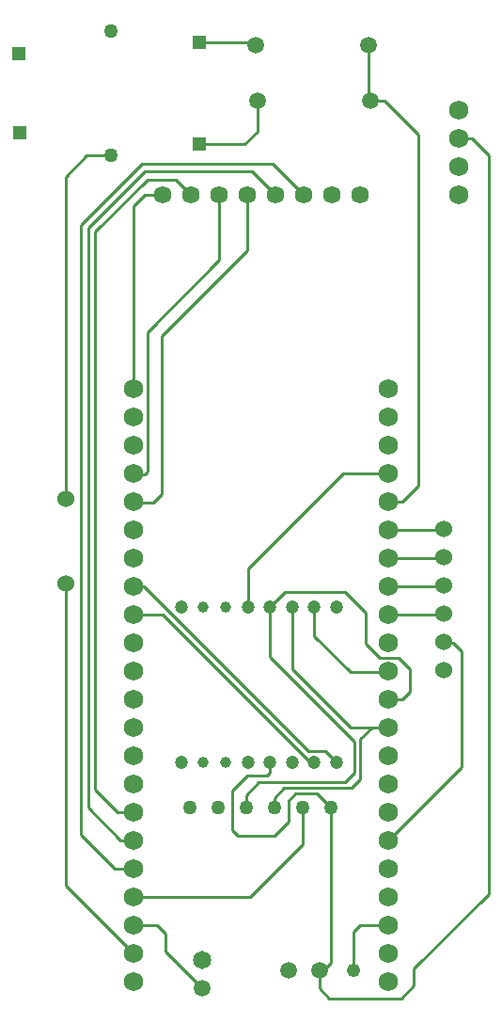
<source format=gtl>
G04 Layer: TopLayer*
G04 EasyEDA v6.5.40, 2024-06-27 16:13:32*
G04 1bb4523bb94a4e3199f7f8869f766872,df7e7e3c38a3447abd37b529b333d242,10*
G04 Gerber Generator version 0.2*
G04 Scale: 100 percent, Rotated: No, Reflected: No *
G04 Dimensions in millimeters *
G04 leading zeros omitted , absolute positions ,4 integer and 5 decimal *
%FSLAX45Y45*%
%MOMM*%

%ADD10C,0.2540*%
%ADD11R,1.2600X1.2600*%
%ADD12C,1.5900*%
%ADD13C,1.2600*%
%ADD14C,1.2000*%
%ADD15C,1.0000*%
%ADD16C,1.5000*%
%ADD17C,1.6510*%
%ADD18C,1.5240*%
%ADD19C,1.7500*%
%ADD20C,1.2116*%
%ADD21C,1.7500*%

%LPD*%
D10*
X3784600Y9296400D02*
G01*
X3911600Y9296400D01*
X4216400Y8991600D01*
X4216400Y5829300D01*
X4076700Y5689600D01*
X3955719Y5689600D01*
X3950106Y5683986D01*
X4584700Y8953500D02*
G01*
X4699000Y8953500D01*
X4851400Y8801100D01*
X4851400Y2159000D01*
X4178300Y1485900D01*
X4178300Y1333500D01*
X4064000Y1219200D01*
X3416300Y1219200D01*
X3327400Y1308100D01*
X3327400Y1473200D01*
X3632200Y1473200D02*
G01*
X3632200Y1816100D01*
X3695700Y1879600D01*
X3944493Y1879600D01*
X3950106Y1873986D01*
X3327400Y1473200D02*
G01*
X3365500Y1473200D01*
X3429000Y1536700D01*
X3429000Y2934588D01*
X2273300Y1308102D02*
G01*
X1943100Y1638300D01*
X1943100Y1803400D01*
X1866900Y1879600D01*
X1655724Y1879600D01*
X1650111Y1873986D01*
X3771900Y9309100D02*
G01*
X3771900Y9791700D01*
X2667000Y2934462D02*
G01*
X2667000Y3048000D01*
X2781300Y3162300D01*
X3556000Y3162300D01*
X3644900Y3251200D01*
X3644900Y3530600D01*
X2882900Y4292600D01*
X2881375Y4738623D01*
X2933700Y8443468D02*
G01*
X2715768Y8661400D01*
X1752600Y8661400D01*
X1244600Y8153400D01*
X1244600Y2933700D01*
X1536700Y2641600D01*
X1644395Y2641600D01*
X1650237Y2636012D01*
X2679700Y8443468D02*
G01*
X2679700Y7950200D01*
X1905000Y7175500D01*
X1905000Y5753100D01*
X1828800Y5676900D01*
X1657095Y5676900D01*
X1650237Y5684012D01*
X2425700Y8443468D02*
G01*
X2425700Y7861300D01*
X1778000Y7213600D01*
X1778000Y5956300D01*
X1752600Y5930900D01*
X1657095Y5930900D01*
X1650237Y5938012D01*
X1650111Y1619986D02*
G01*
X1041400Y2228697D01*
X1041400Y4953000D01*
X2171700Y8443468D02*
G01*
X2029968Y8585200D01*
X1778000Y8585200D01*
X1308100Y8115300D01*
X1308100Y3098800D01*
X1511300Y2895600D01*
X1644395Y2895600D01*
X1650237Y2890012D01*
X3187700Y8443468D02*
G01*
X2906268Y8724900D01*
X1727200Y8724900D01*
X1181100Y8178800D01*
X1181100Y2692400D01*
X1485900Y2387600D01*
X1644395Y2387600D01*
X1650237Y2382012D01*
X3429000Y2934462D02*
G01*
X3303015Y3060700D01*
X3111500Y3060700D01*
X3048000Y2997200D01*
X3048000Y2806700D01*
X2921000Y2679700D01*
X2590800Y2679700D01*
X2540000Y2730500D01*
X2540000Y3086100D01*
X2679700Y3225800D01*
X2857500Y3225800D01*
X2881375Y3249676D01*
X2881375Y3338576D01*
X2921000Y2934462D02*
G01*
X2921000Y3022600D01*
X3009900Y3111500D01*
X3619500Y3111500D01*
X3695700Y3187700D01*
X3695700Y3554729D01*
X3798570Y3657600D01*
X3481324Y3338576D02*
G01*
X3378200Y3441700D01*
X3225800Y3441700D01*
X1745487Y4922012D01*
X1650237Y4922012D01*
X3281299Y3338601D02*
G01*
X3239998Y3338601D01*
X1910613Y4667986D01*
X1650111Y4667986D01*
X3950106Y5429986D02*
G01*
X4431995Y5429986D01*
X4445000Y5442991D01*
X3950106Y5175986D02*
G01*
X4431995Y5175986D01*
X4445000Y5188991D01*
X3950106Y4921986D02*
G01*
X4431995Y4921986D01*
X4445000Y4934991D01*
X3950106Y4667986D02*
G01*
X4431995Y4667986D01*
X4445000Y4680991D01*
X3950106Y2635986D02*
G01*
X4610100Y3295980D01*
X4610100Y4343400D01*
X4533900Y4419600D01*
X4452391Y4419600D01*
X4445000Y4426991D01*
X1650111Y2127986D02*
G01*
X2699486Y2127986D01*
X3175000Y2603500D01*
X3175000Y2934588D01*
X1917700Y8443468D02*
G01*
X1750568Y8443468D01*
X1651000Y8343900D01*
X1650237Y6700012D01*
X3281299Y4738598D02*
G01*
X3281299Y4478401D01*
X3606800Y4152900D01*
X3943019Y4152900D01*
X3950106Y4159986D01*
X3081299Y4738598D02*
G01*
X3081299Y4183100D01*
X3606800Y3657600D01*
X3944493Y3657600D01*
X3950106Y3651986D01*
X2881299Y4738598D02*
G01*
X3019501Y4876800D01*
X3556000Y4876800D01*
X3746500Y4686300D01*
X3746500Y4406900D01*
X3873500Y4279900D01*
X4038600Y4279900D01*
X4140200Y4178300D01*
X4140200Y3975100D01*
X4076700Y3911600D01*
X3955719Y3911600D01*
X3950106Y3905986D01*
X2681300Y4738598D02*
G01*
X2681300Y5081600D01*
X3543300Y5943600D01*
X3944493Y5943600D01*
X3950106Y5937986D01*
X1041400Y5715000D02*
G01*
X1041400Y8610600D01*
X1231900Y8801100D01*
X1447901Y8801100D01*
X2247900Y8901099D02*
G01*
X2652699Y8901099D01*
X2768600Y9017000D01*
X2768600Y9296400D01*
X2755900Y9791700D02*
G01*
X2728899Y9818700D01*
X2247900Y9818700D01*
D11*
G01*
X620699Y9718700D03*
G01*
X626694Y9001099D03*
D12*
G01*
X1917700Y8443391D03*
G01*
X2171700Y8443391D03*
G01*
X2425700Y8443391D03*
G01*
X2679700Y8443391D03*
G01*
X2933700Y8443391D03*
G01*
X3187700Y8443391D03*
G01*
X3441700Y8443391D03*
G01*
X3695700Y8443391D03*
D13*
G01*
X1447901Y8801100D03*
G01*
X1447901Y9918700D03*
D11*
G01*
X2247900Y8901099D03*
G01*
X2247900Y9818700D03*
D14*
G01*
X2081301Y3338601D03*
D15*
G01*
X2281300Y3338601D03*
G01*
X2481300Y3338601D03*
D14*
G01*
X2681300Y3338601D03*
G01*
X2881299Y3338601D03*
G01*
X3081299Y3338601D03*
G01*
X3281299Y3338601D03*
G01*
X3481298Y3338601D03*
G01*
X3481298Y4738598D03*
G01*
X3281299Y4738598D03*
G01*
X3081299Y4738598D03*
G01*
X2881299Y4738598D03*
G01*
X2681300Y4738598D03*
D15*
G01*
X2481300Y4738598D03*
G01*
X2281300Y4738598D03*
D14*
G01*
X2081301Y4738598D03*
D16*
G01*
X2755900Y9791700D03*
G01*
X3771900Y9791700D03*
G01*
X3784600Y9296400D03*
G01*
X2768600Y9296400D03*
G01*
X2273300Y1308100D03*
D17*
G01*
X2273300Y1562100D03*
D18*
G01*
X4445000Y5442991D03*
G01*
X4445000Y5188991D03*
G01*
X4445000Y4934991D03*
G01*
X4445000Y4680991D03*
G01*
X4445000Y4426991D03*
G01*
X4445000Y4172991D03*
D19*
G01*
X1650111Y6699986D03*
G01*
X1650111Y6445986D03*
G01*
X1650111Y6191986D03*
G01*
X1650111Y5937986D03*
G01*
X1650111Y5683986D03*
G01*
X1650111Y5429986D03*
G01*
X1650111Y5175986D03*
G01*
X1650111Y4921986D03*
G01*
X1650111Y4667986D03*
G01*
X1650111Y4413986D03*
G01*
X1650111Y4159986D03*
G01*
X1650111Y3905986D03*
G01*
X1650111Y3651986D03*
G01*
X1650111Y3397986D03*
G01*
X1650111Y3143986D03*
G01*
X1650111Y2889986D03*
G01*
X1650111Y2635986D03*
G01*
X1650111Y2381986D03*
G01*
X1650111Y2127986D03*
G01*
X1650111Y1873986D03*
G01*
X1650111Y1619986D03*
G01*
X1650111Y1365986D03*
G01*
X3950106Y1365986D03*
G01*
X3950106Y1619986D03*
G01*
X3950106Y1873986D03*
G01*
X3950106Y2127986D03*
G01*
X3950106Y2381986D03*
G01*
X3950106Y2635986D03*
G01*
X3950106Y2889986D03*
G01*
X3950106Y3143986D03*
G01*
X3950106Y3397986D03*
G01*
X3950106Y3651986D03*
G01*
X3950106Y3905986D03*
G01*
X3950106Y4159986D03*
G01*
X3950106Y4413986D03*
G01*
X3950106Y4667986D03*
G01*
X3950106Y4921986D03*
G01*
X3950106Y5175986D03*
G01*
X3950106Y5429986D03*
G01*
X3950106Y5683986D03*
G01*
X3950106Y5937986D03*
G01*
X3950106Y6191986D03*
G01*
X3950106Y6445986D03*
G01*
X3950106Y6699986D03*
D16*
G01*
X3048000Y1473200D03*
G01*
X3327400Y1473200D03*
D20*
G01*
X3632200Y1473200D03*
D13*
G01*
X2159000Y2934588D03*
G01*
X2413000Y2934588D03*
G01*
X2667000Y2934588D03*
G01*
X2921000Y2934588D03*
G01*
X3175000Y2934588D03*
G01*
X3429000Y2934588D03*
D19*
G01*
X4584700Y8445500D03*
D21*
G01*
X4584700Y8699500D03*
G01*
X4584700Y8953500D03*
G01*
X4584700Y9207500D03*
D18*
G01*
X1041400Y4953000D03*
G01*
X1041400Y5715000D03*
M02*

</source>
